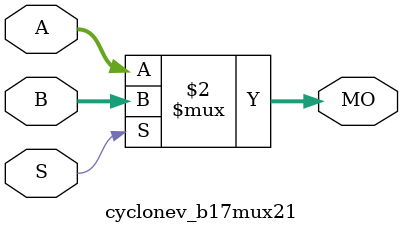
<source format=v>
module cyclonev_b17mux21 (MO, A, B, S);
   input [16:0] A, B;
   input 	S;
   output [16:0] MO; 
   assign MO = (S == 1) ? B : A; 
endmodule
</source>
